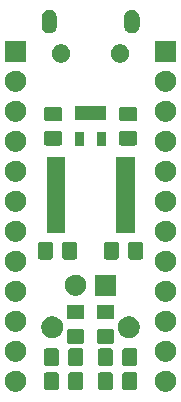
<source format=gbr>
G04 #@! TF.GenerationSoftware,KiCad,Pcbnew,(5.1.5)-3*
G04 #@! TF.CreationDate,2021-03-17T15:34:18-05:00*
G04 #@! TF.ProjectId,STM32_Breakout,53544d33-325f-4427-9265-616b6f75742e,rev?*
G04 #@! TF.SameCoordinates,Original*
G04 #@! TF.FileFunction,Soldermask,Bot*
G04 #@! TF.FilePolarity,Negative*
%FSLAX46Y46*%
G04 Gerber Fmt 4.6, Leading zero omitted, Abs format (unit mm)*
G04 Created by KiCad (PCBNEW (5.1.5)-3) date 2021-03-17 15:34:18*
%MOMM*%
%LPD*%
G04 APERTURE LIST*
%ADD10C,0.100000*%
G04 APERTURE END LIST*
D10*
G36*
X134733512Y-103243927D02*
G01*
X134882812Y-103273624D01*
X135046784Y-103341544D01*
X135194354Y-103440147D01*
X135319853Y-103565646D01*
X135418456Y-103713216D01*
X135486376Y-103877188D01*
X135521000Y-104051259D01*
X135521000Y-104228741D01*
X135486376Y-104402812D01*
X135418456Y-104566784D01*
X135319853Y-104714354D01*
X135194354Y-104839853D01*
X135046784Y-104938456D01*
X134882812Y-105006376D01*
X134733512Y-105036073D01*
X134708742Y-105041000D01*
X134531258Y-105041000D01*
X134506488Y-105036073D01*
X134357188Y-105006376D01*
X134193216Y-104938456D01*
X134045646Y-104839853D01*
X133920147Y-104714354D01*
X133821544Y-104566784D01*
X133753624Y-104402812D01*
X133719000Y-104228741D01*
X133719000Y-104051259D01*
X133753624Y-103877188D01*
X133821544Y-103713216D01*
X133920147Y-103565646D01*
X134045646Y-103440147D01*
X134193216Y-103341544D01*
X134357188Y-103273624D01*
X134506488Y-103243927D01*
X134531258Y-103239000D01*
X134708742Y-103239000D01*
X134733512Y-103243927D01*
G37*
G36*
X122033512Y-103243927D02*
G01*
X122182812Y-103273624D01*
X122346784Y-103341544D01*
X122494354Y-103440147D01*
X122619853Y-103565646D01*
X122718456Y-103713216D01*
X122786376Y-103877188D01*
X122821000Y-104051259D01*
X122821000Y-104228741D01*
X122786376Y-104402812D01*
X122718456Y-104566784D01*
X122619853Y-104714354D01*
X122494354Y-104839853D01*
X122346784Y-104938456D01*
X122182812Y-105006376D01*
X122033512Y-105036073D01*
X122008742Y-105041000D01*
X121831258Y-105041000D01*
X121806488Y-105036073D01*
X121657188Y-105006376D01*
X121493216Y-104938456D01*
X121345646Y-104839853D01*
X121220147Y-104714354D01*
X121121544Y-104566784D01*
X121053624Y-104402812D01*
X121019000Y-104228741D01*
X121019000Y-104051259D01*
X121053624Y-103877188D01*
X121121544Y-103713216D01*
X121220147Y-103565646D01*
X121345646Y-103440147D01*
X121493216Y-103341544D01*
X121657188Y-103273624D01*
X121806488Y-103243927D01*
X121831258Y-103239000D01*
X122008742Y-103239000D01*
X122033512Y-103243927D01*
G37*
G36*
X125422674Y-103393465D02*
G01*
X125460367Y-103404899D01*
X125495103Y-103423466D01*
X125525548Y-103448452D01*
X125550534Y-103478897D01*
X125569101Y-103513633D01*
X125580535Y-103551326D01*
X125585000Y-103596661D01*
X125585000Y-104683339D01*
X125580535Y-104728674D01*
X125569101Y-104766367D01*
X125550534Y-104801103D01*
X125525548Y-104831548D01*
X125495103Y-104856534D01*
X125460367Y-104875101D01*
X125422674Y-104886535D01*
X125377339Y-104891000D01*
X124540661Y-104891000D01*
X124495326Y-104886535D01*
X124457633Y-104875101D01*
X124422897Y-104856534D01*
X124392452Y-104831548D01*
X124367466Y-104801103D01*
X124348899Y-104766367D01*
X124337465Y-104728674D01*
X124333000Y-104683339D01*
X124333000Y-103596661D01*
X124337465Y-103551326D01*
X124348899Y-103513633D01*
X124367466Y-103478897D01*
X124392452Y-103448452D01*
X124422897Y-103423466D01*
X124457633Y-103404899D01*
X124495326Y-103393465D01*
X124540661Y-103389000D01*
X125377339Y-103389000D01*
X125422674Y-103393465D01*
G37*
G36*
X127472674Y-103393465D02*
G01*
X127510367Y-103404899D01*
X127545103Y-103423466D01*
X127575548Y-103448452D01*
X127600534Y-103478897D01*
X127619101Y-103513633D01*
X127630535Y-103551326D01*
X127635000Y-103596661D01*
X127635000Y-104683339D01*
X127630535Y-104728674D01*
X127619101Y-104766367D01*
X127600534Y-104801103D01*
X127575548Y-104831548D01*
X127545103Y-104856534D01*
X127510367Y-104875101D01*
X127472674Y-104886535D01*
X127427339Y-104891000D01*
X126590661Y-104891000D01*
X126545326Y-104886535D01*
X126507633Y-104875101D01*
X126472897Y-104856534D01*
X126442452Y-104831548D01*
X126417466Y-104801103D01*
X126398899Y-104766367D01*
X126387465Y-104728674D01*
X126383000Y-104683339D01*
X126383000Y-103596661D01*
X126387465Y-103551326D01*
X126398899Y-103513633D01*
X126417466Y-103478897D01*
X126442452Y-103448452D01*
X126472897Y-103423466D01*
X126507633Y-103404899D01*
X126545326Y-103393465D01*
X126590661Y-103389000D01*
X127427339Y-103389000D01*
X127472674Y-103393465D01*
G37*
G36*
X129994674Y-103393465D02*
G01*
X130032367Y-103404899D01*
X130067103Y-103423466D01*
X130097548Y-103448452D01*
X130122534Y-103478897D01*
X130141101Y-103513633D01*
X130152535Y-103551326D01*
X130157000Y-103596661D01*
X130157000Y-104683339D01*
X130152535Y-104728674D01*
X130141101Y-104766367D01*
X130122534Y-104801103D01*
X130097548Y-104831548D01*
X130067103Y-104856534D01*
X130032367Y-104875101D01*
X129994674Y-104886535D01*
X129949339Y-104891000D01*
X129112661Y-104891000D01*
X129067326Y-104886535D01*
X129029633Y-104875101D01*
X128994897Y-104856534D01*
X128964452Y-104831548D01*
X128939466Y-104801103D01*
X128920899Y-104766367D01*
X128909465Y-104728674D01*
X128905000Y-104683339D01*
X128905000Y-103596661D01*
X128909465Y-103551326D01*
X128920899Y-103513633D01*
X128939466Y-103478897D01*
X128964452Y-103448452D01*
X128994897Y-103423466D01*
X129029633Y-103404899D01*
X129067326Y-103393465D01*
X129112661Y-103389000D01*
X129949339Y-103389000D01*
X129994674Y-103393465D01*
G37*
G36*
X132044674Y-103393465D02*
G01*
X132082367Y-103404899D01*
X132117103Y-103423466D01*
X132147548Y-103448452D01*
X132172534Y-103478897D01*
X132191101Y-103513633D01*
X132202535Y-103551326D01*
X132207000Y-103596661D01*
X132207000Y-104683339D01*
X132202535Y-104728674D01*
X132191101Y-104766367D01*
X132172534Y-104801103D01*
X132147548Y-104831548D01*
X132117103Y-104856534D01*
X132082367Y-104875101D01*
X132044674Y-104886535D01*
X131999339Y-104891000D01*
X131162661Y-104891000D01*
X131117326Y-104886535D01*
X131079633Y-104875101D01*
X131044897Y-104856534D01*
X131014452Y-104831548D01*
X130989466Y-104801103D01*
X130970899Y-104766367D01*
X130959465Y-104728674D01*
X130955000Y-104683339D01*
X130955000Y-103596661D01*
X130959465Y-103551326D01*
X130970899Y-103513633D01*
X130989466Y-103478897D01*
X131014452Y-103448452D01*
X131044897Y-103423466D01*
X131079633Y-103404899D01*
X131117326Y-103393465D01*
X131162661Y-103389000D01*
X131999339Y-103389000D01*
X132044674Y-103393465D01*
G37*
G36*
X129994674Y-101361465D02*
G01*
X130032367Y-101372899D01*
X130067103Y-101391466D01*
X130097548Y-101416452D01*
X130122534Y-101446897D01*
X130141101Y-101481633D01*
X130152535Y-101519326D01*
X130157000Y-101564661D01*
X130157000Y-102651339D01*
X130152535Y-102696674D01*
X130141101Y-102734367D01*
X130122534Y-102769103D01*
X130097548Y-102799548D01*
X130067103Y-102824534D01*
X130032367Y-102843101D01*
X129994674Y-102854535D01*
X129949339Y-102859000D01*
X129112661Y-102859000D01*
X129067326Y-102854535D01*
X129029633Y-102843101D01*
X128994897Y-102824534D01*
X128964452Y-102799548D01*
X128939466Y-102769103D01*
X128920899Y-102734367D01*
X128909465Y-102696674D01*
X128905000Y-102651339D01*
X128905000Y-101564661D01*
X128909465Y-101519326D01*
X128920899Y-101481633D01*
X128939466Y-101446897D01*
X128964452Y-101416452D01*
X128994897Y-101391466D01*
X129029633Y-101372899D01*
X129067326Y-101361465D01*
X129112661Y-101357000D01*
X129949339Y-101357000D01*
X129994674Y-101361465D01*
G37*
G36*
X132044674Y-101361465D02*
G01*
X132082367Y-101372899D01*
X132117103Y-101391466D01*
X132147548Y-101416452D01*
X132172534Y-101446897D01*
X132191101Y-101481633D01*
X132202535Y-101519326D01*
X132207000Y-101564661D01*
X132207000Y-102651339D01*
X132202535Y-102696674D01*
X132191101Y-102734367D01*
X132172534Y-102769103D01*
X132147548Y-102799548D01*
X132117103Y-102824534D01*
X132082367Y-102843101D01*
X132044674Y-102854535D01*
X131999339Y-102859000D01*
X131162661Y-102859000D01*
X131117326Y-102854535D01*
X131079633Y-102843101D01*
X131044897Y-102824534D01*
X131014452Y-102799548D01*
X130989466Y-102769103D01*
X130970899Y-102734367D01*
X130959465Y-102696674D01*
X130955000Y-102651339D01*
X130955000Y-101564661D01*
X130959465Y-101519326D01*
X130970899Y-101481633D01*
X130989466Y-101446897D01*
X131014452Y-101416452D01*
X131044897Y-101391466D01*
X131079633Y-101372899D01*
X131117326Y-101361465D01*
X131162661Y-101357000D01*
X131999339Y-101357000D01*
X132044674Y-101361465D01*
G37*
G36*
X127472674Y-101361465D02*
G01*
X127510367Y-101372899D01*
X127545103Y-101391466D01*
X127575548Y-101416452D01*
X127600534Y-101446897D01*
X127619101Y-101481633D01*
X127630535Y-101519326D01*
X127635000Y-101564661D01*
X127635000Y-102651339D01*
X127630535Y-102696674D01*
X127619101Y-102734367D01*
X127600534Y-102769103D01*
X127575548Y-102799548D01*
X127545103Y-102824534D01*
X127510367Y-102843101D01*
X127472674Y-102854535D01*
X127427339Y-102859000D01*
X126590661Y-102859000D01*
X126545326Y-102854535D01*
X126507633Y-102843101D01*
X126472897Y-102824534D01*
X126442452Y-102799548D01*
X126417466Y-102769103D01*
X126398899Y-102734367D01*
X126387465Y-102696674D01*
X126383000Y-102651339D01*
X126383000Y-101564661D01*
X126387465Y-101519326D01*
X126398899Y-101481633D01*
X126417466Y-101446897D01*
X126442452Y-101416452D01*
X126472897Y-101391466D01*
X126507633Y-101372899D01*
X126545326Y-101361465D01*
X126590661Y-101357000D01*
X127427339Y-101357000D01*
X127472674Y-101361465D01*
G37*
G36*
X125422674Y-101361465D02*
G01*
X125460367Y-101372899D01*
X125495103Y-101391466D01*
X125525548Y-101416452D01*
X125550534Y-101446897D01*
X125569101Y-101481633D01*
X125580535Y-101519326D01*
X125585000Y-101564661D01*
X125585000Y-102651339D01*
X125580535Y-102696674D01*
X125569101Y-102734367D01*
X125550534Y-102769103D01*
X125525548Y-102799548D01*
X125495103Y-102824534D01*
X125460367Y-102843101D01*
X125422674Y-102854535D01*
X125377339Y-102859000D01*
X124540661Y-102859000D01*
X124495326Y-102854535D01*
X124457633Y-102843101D01*
X124422897Y-102824534D01*
X124392452Y-102799548D01*
X124367466Y-102769103D01*
X124348899Y-102734367D01*
X124337465Y-102696674D01*
X124333000Y-102651339D01*
X124333000Y-101564661D01*
X124337465Y-101519326D01*
X124348899Y-101481633D01*
X124367466Y-101446897D01*
X124392452Y-101416452D01*
X124422897Y-101391466D01*
X124457633Y-101372899D01*
X124495326Y-101361465D01*
X124540661Y-101357000D01*
X125377339Y-101357000D01*
X125422674Y-101361465D01*
G37*
G36*
X122033512Y-100703927D02*
G01*
X122182812Y-100733624D01*
X122346784Y-100801544D01*
X122494354Y-100900147D01*
X122619853Y-101025646D01*
X122718456Y-101173216D01*
X122786376Y-101337188D01*
X122821000Y-101511259D01*
X122821000Y-101688741D01*
X122786376Y-101862812D01*
X122718456Y-102026784D01*
X122619853Y-102174354D01*
X122494354Y-102299853D01*
X122346784Y-102398456D01*
X122182812Y-102466376D01*
X122033512Y-102496073D01*
X122008742Y-102501000D01*
X121831258Y-102501000D01*
X121806488Y-102496073D01*
X121657188Y-102466376D01*
X121493216Y-102398456D01*
X121345646Y-102299853D01*
X121220147Y-102174354D01*
X121121544Y-102026784D01*
X121053624Y-101862812D01*
X121019000Y-101688741D01*
X121019000Y-101511259D01*
X121053624Y-101337188D01*
X121121544Y-101173216D01*
X121220147Y-101025646D01*
X121345646Y-100900147D01*
X121493216Y-100801544D01*
X121657188Y-100733624D01*
X121806488Y-100703927D01*
X121831258Y-100699000D01*
X122008742Y-100699000D01*
X122033512Y-100703927D01*
G37*
G36*
X134733512Y-100703927D02*
G01*
X134882812Y-100733624D01*
X135046784Y-100801544D01*
X135194354Y-100900147D01*
X135319853Y-101025646D01*
X135418456Y-101173216D01*
X135486376Y-101337188D01*
X135521000Y-101511259D01*
X135521000Y-101688741D01*
X135486376Y-101862812D01*
X135418456Y-102026784D01*
X135319853Y-102174354D01*
X135194354Y-102299853D01*
X135046784Y-102398456D01*
X134882812Y-102466376D01*
X134733512Y-102496073D01*
X134708742Y-102501000D01*
X134531258Y-102501000D01*
X134506488Y-102496073D01*
X134357188Y-102466376D01*
X134193216Y-102398456D01*
X134045646Y-102299853D01*
X133920147Y-102174354D01*
X133821544Y-102026784D01*
X133753624Y-101862812D01*
X133719000Y-101688741D01*
X133719000Y-101511259D01*
X133753624Y-101337188D01*
X133821544Y-101173216D01*
X133920147Y-101025646D01*
X134045646Y-100900147D01*
X134193216Y-100801544D01*
X134357188Y-100733624D01*
X134506488Y-100703927D01*
X134531258Y-100699000D01*
X134708742Y-100699000D01*
X134733512Y-100703927D01*
G37*
G36*
X130128674Y-99717465D02*
G01*
X130166367Y-99728899D01*
X130201103Y-99747466D01*
X130231548Y-99772452D01*
X130256534Y-99802897D01*
X130275101Y-99837633D01*
X130286535Y-99875326D01*
X130291000Y-99920661D01*
X130291000Y-100757339D01*
X130286535Y-100802674D01*
X130275101Y-100840367D01*
X130256534Y-100875103D01*
X130231548Y-100905548D01*
X130201103Y-100930534D01*
X130166367Y-100949101D01*
X130128674Y-100960535D01*
X130083339Y-100965000D01*
X128996661Y-100965000D01*
X128951326Y-100960535D01*
X128913633Y-100949101D01*
X128878897Y-100930534D01*
X128848452Y-100905548D01*
X128823466Y-100875103D01*
X128804899Y-100840367D01*
X128793465Y-100802674D01*
X128789000Y-100757339D01*
X128789000Y-99920661D01*
X128793465Y-99875326D01*
X128804899Y-99837633D01*
X128823466Y-99802897D01*
X128848452Y-99772452D01*
X128878897Y-99747466D01*
X128913633Y-99728899D01*
X128951326Y-99717465D01*
X128996661Y-99713000D01*
X130083339Y-99713000D01*
X130128674Y-99717465D01*
G37*
G36*
X127588674Y-99717465D02*
G01*
X127626367Y-99728899D01*
X127661103Y-99747466D01*
X127691548Y-99772452D01*
X127716534Y-99802897D01*
X127735101Y-99837633D01*
X127746535Y-99875326D01*
X127751000Y-99920661D01*
X127751000Y-100757339D01*
X127746535Y-100802674D01*
X127735101Y-100840367D01*
X127716534Y-100875103D01*
X127691548Y-100905548D01*
X127661103Y-100930534D01*
X127626367Y-100949101D01*
X127588674Y-100960535D01*
X127543339Y-100965000D01*
X126456661Y-100965000D01*
X126411326Y-100960535D01*
X126373633Y-100949101D01*
X126338897Y-100930534D01*
X126308452Y-100905548D01*
X126283466Y-100875103D01*
X126264899Y-100840367D01*
X126253465Y-100802674D01*
X126249000Y-100757339D01*
X126249000Y-99920661D01*
X126253465Y-99875326D01*
X126264899Y-99837633D01*
X126283466Y-99802897D01*
X126308452Y-99772452D01*
X126338897Y-99747466D01*
X126373633Y-99728899D01*
X126411326Y-99717465D01*
X126456661Y-99713000D01*
X127543339Y-99713000D01*
X127588674Y-99717465D01*
G37*
G36*
X131790104Y-98677585D02*
G01*
X131958626Y-98747389D01*
X132110291Y-98848728D01*
X132239272Y-98977709D01*
X132340611Y-99129374D01*
X132410415Y-99297896D01*
X132446000Y-99476797D01*
X132446000Y-99659203D01*
X132410415Y-99838104D01*
X132340611Y-100006626D01*
X132239272Y-100158291D01*
X132110291Y-100287272D01*
X131958626Y-100388611D01*
X131790104Y-100458415D01*
X131611203Y-100494000D01*
X131428797Y-100494000D01*
X131249896Y-100458415D01*
X131081374Y-100388611D01*
X130929709Y-100287272D01*
X130800728Y-100158291D01*
X130699389Y-100006626D01*
X130629585Y-99838104D01*
X130594000Y-99659203D01*
X130594000Y-99476797D01*
X130629585Y-99297896D01*
X130699389Y-99129374D01*
X130800728Y-98977709D01*
X130929709Y-98848728D01*
X131081374Y-98747389D01*
X131249896Y-98677585D01*
X131428797Y-98642000D01*
X131611203Y-98642000D01*
X131790104Y-98677585D01*
G37*
G36*
X125290104Y-98677585D02*
G01*
X125458626Y-98747389D01*
X125610291Y-98848728D01*
X125739272Y-98977709D01*
X125840611Y-99129374D01*
X125910415Y-99297896D01*
X125946000Y-99476797D01*
X125946000Y-99659203D01*
X125910415Y-99838104D01*
X125840611Y-100006626D01*
X125739272Y-100158291D01*
X125610291Y-100287272D01*
X125458626Y-100388611D01*
X125290104Y-100458415D01*
X125111203Y-100494000D01*
X124928797Y-100494000D01*
X124749896Y-100458415D01*
X124581374Y-100388611D01*
X124429709Y-100287272D01*
X124300728Y-100158291D01*
X124199389Y-100006626D01*
X124129585Y-99838104D01*
X124094000Y-99659203D01*
X124094000Y-99476797D01*
X124129585Y-99297896D01*
X124199389Y-99129374D01*
X124300728Y-98977709D01*
X124429709Y-98848728D01*
X124581374Y-98747389D01*
X124749896Y-98677585D01*
X124928797Y-98642000D01*
X125111203Y-98642000D01*
X125290104Y-98677585D01*
G37*
G36*
X134733512Y-98163927D02*
G01*
X134882812Y-98193624D01*
X135046784Y-98261544D01*
X135194354Y-98360147D01*
X135319853Y-98485646D01*
X135418456Y-98633216D01*
X135486376Y-98797188D01*
X135521000Y-98971259D01*
X135521000Y-99148741D01*
X135486376Y-99322812D01*
X135418456Y-99486784D01*
X135319853Y-99634354D01*
X135194354Y-99759853D01*
X135046784Y-99858456D01*
X134882812Y-99926376D01*
X134733512Y-99956073D01*
X134708742Y-99961000D01*
X134531258Y-99961000D01*
X134506488Y-99956073D01*
X134357188Y-99926376D01*
X134193216Y-99858456D01*
X134045646Y-99759853D01*
X133920147Y-99634354D01*
X133821544Y-99486784D01*
X133753624Y-99322812D01*
X133719000Y-99148741D01*
X133719000Y-98971259D01*
X133753624Y-98797188D01*
X133821544Y-98633216D01*
X133920147Y-98485646D01*
X134045646Y-98360147D01*
X134193216Y-98261544D01*
X134357188Y-98193624D01*
X134506488Y-98163927D01*
X134531258Y-98159000D01*
X134708742Y-98159000D01*
X134733512Y-98163927D01*
G37*
G36*
X122033512Y-98163927D02*
G01*
X122182812Y-98193624D01*
X122346784Y-98261544D01*
X122494354Y-98360147D01*
X122619853Y-98485646D01*
X122718456Y-98633216D01*
X122786376Y-98797188D01*
X122821000Y-98971259D01*
X122821000Y-99148741D01*
X122786376Y-99322812D01*
X122718456Y-99486784D01*
X122619853Y-99634354D01*
X122494354Y-99759853D01*
X122346784Y-99858456D01*
X122182812Y-99926376D01*
X122033512Y-99956073D01*
X122008742Y-99961000D01*
X121831258Y-99961000D01*
X121806488Y-99956073D01*
X121657188Y-99926376D01*
X121493216Y-99858456D01*
X121345646Y-99759853D01*
X121220147Y-99634354D01*
X121121544Y-99486784D01*
X121053624Y-99322812D01*
X121019000Y-99148741D01*
X121019000Y-98971259D01*
X121053624Y-98797188D01*
X121121544Y-98633216D01*
X121220147Y-98485646D01*
X121345646Y-98360147D01*
X121493216Y-98261544D01*
X121657188Y-98193624D01*
X121806488Y-98163927D01*
X121831258Y-98159000D01*
X122008742Y-98159000D01*
X122033512Y-98163927D01*
G37*
G36*
X130128674Y-97667465D02*
G01*
X130166367Y-97678899D01*
X130201103Y-97697466D01*
X130231548Y-97722452D01*
X130256534Y-97752897D01*
X130275101Y-97787633D01*
X130286535Y-97825326D01*
X130291000Y-97870661D01*
X130291000Y-98707339D01*
X130286535Y-98752674D01*
X130275101Y-98790367D01*
X130256534Y-98825103D01*
X130231548Y-98855548D01*
X130201103Y-98880534D01*
X130166367Y-98899101D01*
X130128674Y-98910535D01*
X130083339Y-98915000D01*
X128996661Y-98915000D01*
X128951326Y-98910535D01*
X128913633Y-98899101D01*
X128878897Y-98880534D01*
X128848452Y-98855548D01*
X128823466Y-98825103D01*
X128804899Y-98790367D01*
X128793465Y-98752674D01*
X128789000Y-98707339D01*
X128789000Y-97870661D01*
X128793465Y-97825326D01*
X128804899Y-97787633D01*
X128823466Y-97752897D01*
X128848452Y-97722452D01*
X128878897Y-97697466D01*
X128913633Y-97678899D01*
X128951326Y-97667465D01*
X128996661Y-97663000D01*
X130083339Y-97663000D01*
X130128674Y-97667465D01*
G37*
G36*
X127588674Y-97667465D02*
G01*
X127626367Y-97678899D01*
X127661103Y-97697466D01*
X127691548Y-97722452D01*
X127716534Y-97752897D01*
X127735101Y-97787633D01*
X127746535Y-97825326D01*
X127751000Y-97870661D01*
X127751000Y-98707339D01*
X127746535Y-98752674D01*
X127735101Y-98790367D01*
X127716534Y-98825103D01*
X127691548Y-98855548D01*
X127661103Y-98880534D01*
X127626367Y-98899101D01*
X127588674Y-98910535D01*
X127543339Y-98915000D01*
X126456661Y-98915000D01*
X126411326Y-98910535D01*
X126373633Y-98899101D01*
X126338897Y-98880534D01*
X126308452Y-98855548D01*
X126283466Y-98825103D01*
X126264899Y-98790367D01*
X126253465Y-98752674D01*
X126249000Y-98707339D01*
X126249000Y-97870661D01*
X126253465Y-97825326D01*
X126264899Y-97787633D01*
X126283466Y-97752897D01*
X126308452Y-97722452D01*
X126338897Y-97697466D01*
X126373633Y-97678899D01*
X126411326Y-97667465D01*
X126456661Y-97663000D01*
X127543339Y-97663000D01*
X127588674Y-97667465D01*
G37*
G36*
X122033512Y-95623927D02*
G01*
X122182812Y-95653624D01*
X122346784Y-95721544D01*
X122494354Y-95820147D01*
X122619853Y-95945646D01*
X122718456Y-96093216D01*
X122786376Y-96257188D01*
X122821000Y-96431259D01*
X122821000Y-96608741D01*
X122786376Y-96782812D01*
X122718456Y-96946784D01*
X122619853Y-97094354D01*
X122494354Y-97219853D01*
X122346784Y-97318456D01*
X122182812Y-97386376D01*
X122033512Y-97416073D01*
X122008742Y-97421000D01*
X121831258Y-97421000D01*
X121806488Y-97416073D01*
X121657188Y-97386376D01*
X121493216Y-97318456D01*
X121345646Y-97219853D01*
X121220147Y-97094354D01*
X121121544Y-96946784D01*
X121053624Y-96782812D01*
X121019000Y-96608741D01*
X121019000Y-96431259D01*
X121053624Y-96257188D01*
X121121544Y-96093216D01*
X121220147Y-95945646D01*
X121345646Y-95820147D01*
X121493216Y-95721544D01*
X121657188Y-95653624D01*
X121806488Y-95623927D01*
X121831258Y-95619000D01*
X122008742Y-95619000D01*
X122033512Y-95623927D01*
G37*
G36*
X134733512Y-95623927D02*
G01*
X134882812Y-95653624D01*
X135046784Y-95721544D01*
X135194354Y-95820147D01*
X135319853Y-95945646D01*
X135418456Y-96093216D01*
X135486376Y-96257188D01*
X135521000Y-96431259D01*
X135521000Y-96608741D01*
X135486376Y-96782812D01*
X135418456Y-96946784D01*
X135319853Y-97094354D01*
X135194354Y-97219853D01*
X135046784Y-97318456D01*
X134882812Y-97386376D01*
X134733512Y-97416073D01*
X134708742Y-97421000D01*
X134531258Y-97421000D01*
X134506488Y-97416073D01*
X134357188Y-97386376D01*
X134193216Y-97318456D01*
X134045646Y-97219853D01*
X133920147Y-97094354D01*
X133821544Y-96946784D01*
X133753624Y-96782812D01*
X133719000Y-96608741D01*
X133719000Y-96431259D01*
X133753624Y-96257188D01*
X133821544Y-96093216D01*
X133920147Y-95945646D01*
X134045646Y-95820147D01*
X134193216Y-95721544D01*
X134357188Y-95653624D01*
X134506488Y-95623927D01*
X134531258Y-95619000D01*
X134708742Y-95619000D01*
X134733512Y-95623927D01*
G37*
G36*
X130441000Y-96913000D02*
G01*
X128639000Y-96913000D01*
X128639000Y-95111000D01*
X130441000Y-95111000D01*
X130441000Y-96913000D01*
G37*
G36*
X127113512Y-95115927D02*
G01*
X127262812Y-95145624D01*
X127426784Y-95213544D01*
X127574354Y-95312147D01*
X127699853Y-95437646D01*
X127798456Y-95585216D01*
X127866376Y-95749188D01*
X127901000Y-95923259D01*
X127901000Y-96100741D01*
X127866376Y-96274812D01*
X127798456Y-96438784D01*
X127699853Y-96586354D01*
X127574354Y-96711853D01*
X127426784Y-96810456D01*
X127262812Y-96878376D01*
X127113512Y-96908073D01*
X127088742Y-96913000D01*
X126911258Y-96913000D01*
X126886488Y-96908073D01*
X126737188Y-96878376D01*
X126573216Y-96810456D01*
X126425646Y-96711853D01*
X126300147Y-96586354D01*
X126201544Y-96438784D01*
X126133624Y-96274812D01*
X126099000Y-96100741D01*
X126099000Y-95923259D01*
X126133624Y-95749188D01*
X126201544Y-95585216D01*
X126300147Y-95437646D01*
X126425646Y-95312147D01*
X126573216Y-95213544D01*
X126737188Y-95145624D01*
X126886488Y-95115927D01*
X126911258Y-95111000D01*
X127088742Y-95111000D01*
X127113512Y-95115927D01*
G37*
G36*
X134733512Y-93083927D02*
G01*
X134882812Y-93113624D01*
X135046784Y-93181544D01*
X135194354Y-93280147D01*
X135319853Y-93405646D01*
X135418456Y-93553216D01*
X135486376Y-93717188D01*
X135521000Y-93891259D01*
X135521000Y-94068741D01*
X135486376Y-94242812D01*
X135418456Y-94406784D01*
X135319853Y-94554354D01*
X135194354Y-94679853D01*
X135046784Y-94778456D01*
X134882812Y-94846376D01*
X134733512Y-94876073D01*
X134708742Y-94881000D01*
X134531258Y-94881000D01*
X134506488Y-94876073D01*
X134357188Y-94846376D01*
X134193216Y-94778456D01*
X134045646Y-94679853D01*
X133920147Y-94554354D01*
X133821544Y-94406784D01*
X133753624Y-94242812D01*
X133719000Y-94068741D01*
X133719000Y-93891259D01*
X133753624Y-93717188D01*
X133821544Y-93553216D01*
X133920147Y-93405646D01*
X134045646Y-93280147D01*
X134193216Y-93181544D01*
X134357188Y-93113624D01*
X134506488Y-93083927D01*
X134531258Y-93079000D01*
X134708742Y-93079000D01*
X134733512Y-93083927D01*
G37*
G36*
X122033512Y-93083927D02*
G01*
X122182812Y-93113624D01*
X122346784Y-93181544D01*
X122494354Y-93280147D01*
X122619853Y-93405646D01*
X122718456Y-93553216D01*
X122786376Y-93717188D01*
X122821000Y-93891259D01*
X122821000Y-94068741D01*
X122786376Y-94242812D01*
X122718456Y-94406784D01*
X122619853Y-94554354D01*
X122494354Y-94679853D01*
X122346784Y-94778456D01*
X122182812Y-94846376D01*
X122033512Y-94876073D01*
X122008742Y-94881000D01*
X121831258Y-94881000D01*
X121806488Y-94876073D01*
X121657188Y-94846376D01*
X121493216Y-94778456D01*
X121345646Y-94679853D01*
X121220147Y-94554354D01*
X121121544Y-94406784D01*
X121053624Y-94242812D01*
X121019000Y-94068741D01*
X121019000Y-93891259D01*
X121053624Y-93717188D01*
X121121544Y-93553216D01*
X121220147Y-93405646D01*
X121345646Y-93280147D01*
X121493216Y-93181544D01*
X121657188Y-93113624D01*
X121806488Y-93083927D01*
X121831258Y-93079000D01*
X122008742Y-93079000D01*
X122033512Y-93083927D01*
G37*
G36*
X132552674Y-92344465D02*
G01*
X132590367Y-92355899D01*
X132625103Y-92374466D01*
X132655548Y-92399452D01*
X132680534Y-92429897D01*
X132699101Y-92464633D01*
X132710535Y-92502326D01*
X132715000Y-92547661D01*
X132715000Y-93634339D01*
X132710535Y-93679674D01*
X132699101Y-93717367D01*
X132680534Y-93752103D01*
X132655548Y-93782548D01*
X132625103Y-93807534D01*
X132590367Y-93826101D01*
X132552674Y-93837535D01*
X132507339Y-93842000D01*
X131670661Y-93842000D01*
X131625326Y-93837535D01*
X131587633Y-93826101D01*
X131552897Y-93807534D01*
X131522452Y-93782548D01*
X131497466Y-93752103D01*
X131478899Y-93717367D01*
X131467465Y-93679674D01*
X131463000Y-93634339D01*
X131463000Y-92547661D01*
X131467465Y-92502326D01*
X131478899Y-92464633D01*
X131497466Y-92429897D01*
X131522452Y-92399452D01*
X131552897Y-92374466D01*
X131587633Y-92355899D01*
X131625326Y-92344465D01*
X131670661Y-92340000D01*
X132507339Y-92340000D01*
X132552674Y-92344465D01*
G37*
G36*
X126964674Y-92344465D02*
G01*
X127002367Y-92355899D01*
X127037103Y-92374466D01*
X127067548Y-92399452D01*
X127092534Y-92429897D01*
X127111101Y-92464633D01*
X127122535Y-92502326D01*
X127127000Y-92547661D01*
X127127000Y-93634339D01*
X127122535Y-93679674D01*
X127111101Y-93717367D01*
X127092534Y-93752103D01*
X127067548Y-93782548D01*
X127037103Y-93807534D01*
X127002367Y-93826101D01*
X126964674Y-93837535D01*
X126919339Y-93842000D01*
X126082661Y-93842000D01*
X126037326Y-93837535D01*
X125999633Y-93826101D01*
X125964897Y-93807534D01*
X125934452Y-93782548D01*
X125909466Y-93752103D01*
X125890899Y-93717367D01*
X125879465Y-93679674D01*
X125875000Y-93634339D01*
X125875000Y-92547661D01*
X125879465Y-92502326D01*
X125890899Y-92464633D01*
X125909466Y-92429897D01*
X125934452Y-92399452D01*
X125964897Y-92374466D01*
X125999633Y-92355899D01*
X126037326Y-92344465D01*
X126082661Y-92340000D01*
X126919339Y-92340000D01*
X126964674Y-92344465D01*
G37*
G36*
X124914674Y-92344465D02*
G01*
X124952367Y-92355899D01*
X124987103Y-92374466D01*
X125017548Y-92399452D01*
X125042534Y-92429897D01*
X125061101Y-92464633D01*
X125072535Y-92502326D01*
X125077000Y-92547661D01*
X125077000Y-93634339D01*
X125072535Y-93679674D01*
X125061101Y-93717367D01*
X125042534Y-93752103D01*
X125017548Y-93782548D01*
X124987103Y-93807534D01*
X124952367Y-93826101D01*
X124914674Y-93837535D01*
X124869339Y-93842000D01*
X124032661Y-93842000D01*
X123987326Y-93837535D01*
X123949633Y-93826101D01*
X123914897Y-93807534D01*
X123884452Y-93782548D01*
X123859466Y-93752103D01*
X123840899Y-93717367D01*
X123829465Y-93679674D01*
X123825000Y-93634339D01*
X123825000Y-92547661D01*
X123829465Y-92502326D01*
X123840899Y-92464633D01*
X123859466Y-92429897D01*
X123884452Y-92399452D01*
X123914897Y-92374466D01*
X123949633Y-92355899D01*
X123987326Y-92344465D01*
X124032661Y-92340000D01*
X124869339Y-92340000D01*
X124914674Y-92344465D01*
G37*
G36*
X130502674Y-92344465D02*
G01*
X130540367Y-92355899D01*
X130575103Y-92374466D01*
X130605548Y-92399452D01*
X130630534Y-92429897D01*
X130649101Y-92464633D01*
X130660535Y-92502326D01*
X130665000Y-92547661D01*
X130665000Y-93634339D01*
X130660535Y-93679674D01*
X130649101Y-93717367D01*
X130630534Y-93752103D01*
X130605548Y-93782548D01*
X130575103Y-93807534D01*
X130540367Y-93826101D01*
X130502674Y-93837535D01*
X130457339Y-93842000D01*
X129620661Y-93842000D01*
X129575326Y-93837535D01*
X129537633Y-93826101D01*
X129502897Y-93807534D01*
X129472452Y-93782548D01*
X129447466Y-93752103D01*
X129428899Y-93717367D01*
X129417465Y-93679674D01*
X129413000Y-93634339D01*
X129413000Y-92547661D01*
X129417465Y-92502326D01*
X129428899Y-92464633D01*
X129447466Y-92429897D01*
X129472452Y-92399452D01*
X129502897Y-92374466D01*
X129537633Y-92355899D01*
X129575326Y-92344465D01*
X129620661Y-92340000D01*
X130457339Y-92340000D01*
X130502674Y-92344465D01*
G37*
G36*
X134733512Y-90543927D02*
G01*
X134882812Y-90573624D01*
X135046784Y-90641544D01*
X135194354Y-90740147D01*
X135319853Y-90865646D01*
X135418456Y-91013216D01*
X135486376Y-91177188D01*
X135521000Y-91351259D01*
X135521000Y-91528741D01*
X135486376Y-91702812D01*
X135418456Y-91866784D01*
X135319853Y-92014354D01*
X135194354Y-92139853D01*
X135046784Y-92238456D01*
X134882812Y-92306376D01*
X134733512Y-92336073D01*
X134708742Y-92341000D01*
X134531258Y-92341000D01*
X134506488Y-92336073D01*
X134357188Y-92306376D01*
X134193216Y-92238456D01*
X134045646Y-92139853D01*
X133920147Y-92014354D01*
X133821544Y-91866784D01*
X133753624Y-91702812D01*
X133719000Y-91528741D01*
X133719000Y-91351259D01*
X133753624Y-91177188D01*
X133821544Y-91013216D01*
X133920147Y-90865646D01*
X134045646Y-90740147D01*
X134193216Y-90641544D01*
X134357188Y-90573624D01*
X134506488Y-90543927D01*
X134531258Y-90539000D01*
X134708742Y-90539000D01*
X134733512Y-90543927D01*
G37*
G36*
X122033512Y-90543927D02*
G01*
X122182812Y-90573624D01*
X122346784Y-90641544D01*
X122494354Y-90740147D01*
X122619853Y-90865646D01*
X122718456Y-91013216D01*
X122786376Y-91177188D01*
X122821000Y-91351259D01*
X122821000Y-91528741D01*
X122786376Y-91702812D01*
X122718456Y-91866784D01*
X122619853Y-92014354D01*
X122494354Y-92139853D01*
X122346784Y-92238456D01*
X122182812Y-92306376D01*
X122033512Y-92336073D01*
X122008742Y-92341000D01*
X121831258Y-92341000D01*
X121806488Y-92336073D01*
X121657188Y-92306376D01*
X121493216Y-92238456D01*
X121345646Y-92139853D01*
X121220147Y-92014354D01*
X121121544Y-91866784D01*
X121053624Y-91702812D01*
X121019000Y-91528741D01*
X121019000Y-91351259D01*
X121053624Y-91177188D01*
X121121544Y-91013216D01*
X121220147Y-90865646D01*
X121345646Y-90740147D01*
X121493216Y-90641544D01*
X121657188Y-90573624D01*
X121806488Y-90543927D01*
X121831258Y-90539000D01*
X122008742Y-90539000D01*
X122033512Y-90543927D01*
G37*
G36*
X131996000Y-91593000D02*
G01*
X130444000Y-91593000D01*
X130444000Y-85191000D01*
X131996000Y-85191000D01*
X131996000Y-91593000D01*
G37*
G36*
X126096000Y-91593000D02*
G01*
X124544000Y-91593000D01*
X124544000Y-85191000D01*
X126096000Y-85191000D01*
X126096000Y-91593000D01*
G37*
G36*
X134733512Y-88003927D02*
G01*
X134882812Y-88033624D01*
X135046784Y-88101544D01*
X135194354Y-88200147D01*
X135319853Y-88325646D01*
X135418456Y-88473216D01*
X135486376Y-88637188D01*
X135521000Y-88811259D01*
X135521000Y-88988741D01*
X135486376Y-89162812D01*
X135418456Y-89326784D01*
X135319853Y-89474354D01*
X135194354Y-89599853D01*
X135046784Y-89698456D01*
X134882812Y-89766376D01*
X134733512Y-89796073D01*
X134708742Y-89801000D01*
X134531258Y-89801000D01*
X134506488Y-89796073D01*
X134357188Y-89766376D01*
X134193216Y-89698456D01*
X134045646Y-89599853D01*
X133920147Y-89474354D01*
X133821544Y-89326784D01*
X133753624Y-89162812D01*
X133719000Y-88988741D01*
X133719000Y-88811259D01*
X133753624Y-88637188D01*
X133821544Y-88473216D01*
X133920147Y-88325646D01*
X134045646Y-88200147D01*
X134193216Y-88101544D01*
X134357188Y-88033624D01*
X134506488Y-88003927D01*
X134531258Y-87999000D01*
X134708742Y-87999000D01*
X134733512Y-88003927D01*
G37*
G36*
X122033512Y-88003927D02*
G01*
X122182812Y-88033624D01*
X122346784Y-88101544D01*
X122494354Y-88200147D01*
X122619853Y-88325646D01*
X122718456Y-88473216D01*
X122786376Y-88637188D01*
X122821000Y-88811259D01*
X122821000Y-88988741D01*
X122786376Y-89162812D01*
X122718456Y-89326784D01*
X122619853Y-89474354D01*
X122494354Y-89599853D01*
X122346784Y-89698456D01*
X122182812Y-89766376D01*
X122033512Y-89796073D01*
X122008742Y-89801000D01*
X121831258Y-89801000D01*
X121806488Y-89796073D01*
X121657188Y-89766376D01*
X121493216Y-89698456D01*
X121345646Y-89599853D01*
X121220147Y-89474354D01*
X121121544Y-89326784D01*
X121053624Y-89162812D01*
X121019000Y-88988741D01*
X121019000Y-88811259D01*
X121053624Y-88637188D01*
X121121544Y-88473216D01*
X121220147Y-88325646D01*
X121345646Y-88200147D01*
X121493216Y-88101544D01*
X121657188Y-88033624D01*
X121806488Y-88003927D01*
X121831258Y-87999000D01*
X122008742Y-87999000D01*
X122033512Y-88003927D01*
G37*
G36*
X134733512Y-85463927D02*
G01*
X134882812Y-85493624D01*
X135046784Y-85561544D01*
X135194354Y-85660147D01*
X135319853Y-85785646D01*
X135418456Y-85933216D01*
X135486376Y-86097188D01*
X135521000Y-86271259D01*
X135521000Y-86448741D01*
X135486376Y-86622812D01*
X135418456Y-86786784D01*
X135319853Y-86934354D01*
X135194354Y-87059853D01*
X135046784Y-87158456D01*
X134882812Y-87226376D01*
X134733512Y-87256073D01*
X134708742Y-87261000D01*
X134531258Y-87261000D01*
X134506488Y-87256073D01*
X134357188Y-87226376D01*
X134193216Y-87158456D01*
X134045646Y-87059853D01*
X133920147Y-86934354D01*
X133821544Y-86786784D01*
X133753624Y-86622812D01*
X133719000Y-86448741D01*
X133719000Y-86271259D01*
X133753624Y-86097188D01*
X133821544Y-85933216D01*
X133920147Y-85785646D01*
X134045646Y-85660147D01*
X134193216Y-85561544D01*
X134357188Y-85493624D01*
X134506488Y-85463927D01*
X134531258Y-85459000D01*
X134708742Y-85459000D01*
X134733512Y-85463927D01*
G37*
G36*
X122033512Y-85463927D02*
G01*
X122182812Y-85493624D01*
X122346784Y-85561544D01*
X122494354Y-85660147D01*
X122619853Y-85785646D01*
X122718456Y-85933216D01*
X122786376Y-86097188D01*
X122821000Y-86271259D01*
X122821000Y-86448741D01*
X122786376Y-86622812D01*
X122718456Y-86786784D01*
X122619853Y-86934354D01*
X122494354Y-87059853D01*
X122346784Y-87158456D01*
X122182812Y-87226376D01*
X122033512Y-87256073D01*
X122008742Y-87261000D01*
X121831258Y-87261000D01*
X121806488Y-87256073D01*
X121657188Y-87226376D01*
X121493216Y-87158456D01*
X121345646Y-87059853D01*
X121220147Y-86934354D01*
X121121544Y-86786784D01*
X121053624Y-86622812D01*
X121019000Y-86448741D01*
X121019000Y-86271259D01*
X121053624Y-86097188D01*
X121121544Y-85933216D01*
X121220147Y-85785646D01*
X121345646Y-85660147D01*
X121493216Y-85561544D01*
X121657188Y-85493624D01*
X121806488Y-85463927D01*
X121831258Y-85459000D01*
X122008742Y-85459000D01*
X122033512Y-85463927D01*
G37*
G36*
X122033512Y-82923927D02*
G01*
X122182812Y-82953624D01*
X122346784Y-83021544D01*
X122494354Y-83120147D01*
X122619853Y-83245646D01*
X122718456Y-83393216D01*
X122786376Y-83557188D01*
X122821000Y-83731259D01*
X122821000Y-83908741D01*
X122786376Y-84082812D01*
X122718456Y-84246784D01*
X122619853Y-84394354D01*
X122494354Y-84519853D01*
X122346784Y-84618456D01*
X122182812Y-84686376D01*
X122033512Y-84716073D01*
X122008742Y-84721000D01*
X121831258Y-84721000D01*
X121806488Y-84716073D01*
X121657188Y-84686376D01*
X121493216Y-84618456D01*
X121345646Y-84519853D01*
X121220147Y-84394354D01*
X121121544Y-84246784D01*
X121053624Y-84082812D01*
X121019000Y-83908741D01*
X121019000Y-83731259D01*
X121053624Y-83557188D01*
X121121544Y-83393216D01*
X121220147Y-83245646D01*
X121345646Y-83120147D01*
X121493216Y-83021544D01*
X121657188Y-82953624D01*
X121806488Y-82923927D01*
X121831258Y-82919000D01*
X122008742Y-82919000D01*
X122033512Y-82923927D01*
G37*
G36*
X134733512Y-82923927D02*
G01*
X134882812Y-82953624D01*
X135046784Y-83021544D01*
X135194354Y-83120147D01*
X135319853Y-83245646D01*
X135418456Y-83393216D01*
X135486376Y-83557188D01*
X135521000Y-83731259D01*
X135521000Y-83908741D01*
X135486376Y-84082812D01*
X135418456Y-84246784D01*
X135319853Y-84394354D01*
X135194354Y-84519853D01*
X135046784Y-84618456D01*
X134882812Y-84686376D01*
X134733512Y-84716073D01*
X134708742Y-84721000D01*
X134531258Y-84721000D01*
X134506488Y-84716073D01*
X134357188Y-84686376D01*
X134193216Y-84618456D01*
X134045646Y-84519853D01*
X133920147Y-84394354D01*
X133821544Y-84246784D01*
X133753624Y-84082812D01*
X133719000Y-83908741D01*
X133719000Y-83731259D01*
X133753624Y-83557188D01*
X133821544Y-83393216D01*
X133920147Y-83245646D01*
X134045646Y-83120147D01*
X134193216Y-83021544D01*
X134357188Y-82953624D01*
X134506488Y-82923927D01*
X134531258Y-82919000D01*
X134708742Y-82919000D01*
X134733512Y-82923927D01*
G37*
G36*
X127696000Y-84231000D02*
G01*
X126944000Y-84231000D01*
X126944000Y-83069000D01*
X127696000Y-83069000D01*
X127696000Y-84231000D01*
G37*
G36*
X129596000Y-84231000D02*
G01*
X128844000Y-84231000D01*
X128844000Y-83069000D01*
X129596000Y-83069000D01*
X129596000Y-84231000D01*
G37*
G36*
X125683674Y-82953465D02*
G01*
X125721367Y-82964899D01*
X125756103Y-82983466D01*
X125786548Y-83008452D01*
X125811534Y-83038897D01*
X125830101Y-83073633D01*
X125841535Y-83111326D01*
X125846000Y-83156661D01*
X125846000Y-83993339D01*
X125841535Y-84038674D01*
X125830101Y-84076367D01*
X125811534Y-84111103D01*
X125786548Y-84141548D01*
X125756103Y-84166534D01*
X125721367Y-84185101D01*
X125683674Y-84196535D01*
X125638339Y-84201000D01*
X124551661Y-84201000D01*
X124506326Y-84196535D01*
X124468633Y-84185101D01*
X124433897Y-84166534D01*
X124403452Y-84141548D01*
X124378466Y-84111103D01*
X124359899Y-84076367D01*
X124348465Y-84038674D01*
X124344000Y-83993339D01*
X124344000Y-83156661D01*
X124348465Y-83111326D01*
X124359899Y-83073633D01*
X124378466Y-83038897D01*
X124403452Y-83008452D01*
X124433897Y-82983466D01*
X124468633Y-82964899D01*
X124506326Y-82953465D01*
X124551661Y-82949000D01*
X125638339Y-82949000D01*
X125683674Y-82953465D01*
G37*
G36*
X132033674Y-82953465D02*
G01*
X132071367Y-82964899D01*
X132106103Y-82983466D01*
X132136548Y-83008452D01*
X132161534Y-83038897D01*
X132180101Y-83073633D01*
X132191535Y-83111326D01*
X132196000Y-83156661D01*
X132196000Y-83993339D01*
X132191535Y-84038674D01*
X132180101Y-84076367D01*
X132161534Y-84111103D01*
X132136548Y-84141548D01*
X132106103Y-84166534D01*
X132071367Y-84185101D01*
X132033674Y-84196535D01*
X131988339Y-84201000D01*
X130901661Y-84201000D01*
X130856326Y-84196535D01*
X130818633Y-84185101D01*
X130783897Y-84166534D01*
X130753452Y-84141548D01*
X130728466Y-84111103D01*
X130709899Y-84076367D01*
X130698465Y-84038674D01*
X130694000Y-83993339D01*
X130694000Y-83156661D01*
X130698465Y-83111326D01*
X130709899Y-83073633D01*
X130728466Y-83038897D01*
X130753452Y-83008452D01*
X130783897Y-82983466D01*
X130818633Y-82964899D01*
X130856326Y-82953465D01*
X130901661Y-82949000D01*
X131988339Y-82949000D01*
X132033674Y-82953465D01*
G37*
G36*
X134733512Y-80383927D02*
G01*
X134882812Y-80413624D01*
X135046784Y-80481544D01*
X135194354Y-80580147D01*
X135319853Y-80705646D01*
X135418456Y-80853216D01*
X135486376Y-81017188D01*
X135521000Y-81191259D01*
X135521000Y-81368741D01*
X135486376Y-81542812D01*
X135418456Y-81706784D01*
X135319853Y-81854354D01*
X135194354Y-81979853D01*
X135046784Y-82078456D01*
X134882812Y-82146376D01*
X134733512Y-82176073D01*
X134708742Y-82181000D01*
X134531258Y-82181000D01*
X134506488Y-82176073D01*
X134357188Y-82146376D01*
X134193216Y-82078456D01*
X134045646Y-81979853D01*
X133920147Y-81854354D01*
X133821544Y-81706784D01*
X133753624Y-81542812D01*
X133719000Y-81368741D01*
X133719000Y-81191259D01*
X133753624Y-81017188D01*
X133821544Y-80853216D01*
X133920147Y-80705646D01*
X134045646Y-80580147D01*
X134193216Y-80481544D01*
X134357188Y-80413624D01*
X134506488Y-80383927D01*
X134531258Y-80379000D01*
X134708742Y-80379000D01*
X134733512Y-80383927D01*
G37*
G36*
X122033512Y-80383927D02*
G01*
X122182812Y-80413624D01*
X122346784Y-80481544D01*
X122494354Y-80580147D01*
X122619853Y-80705646D01*
X122718456Y-80853216D01*
X122786376Y-81017188D01*
X122821000Y-81191259D01*
X122821000Y-81368741D01*
X122786376Y-81542812D01*
X122718456Y-81706784D01*
X122619853Y-81854354D01*
X122494354Y-81979853D01*
X122346784Y-82078456D01*
X122182812Y-82146376D01*
X122033512Y-82176073D01*
X122008742Y-82181000D01*
X121831258Y-82181000D01*
X121806488Y-82176073D01*
X121657188Y-82146376D01*
X121493216Y-82078456D01*
X121345646Y-81979853D01*
X121220147Y-81854354D01*
X121121544Y-81706784D01*
X121053624Y-81542812D01*
X121019000Y-81368741D01*
X121019000Y-81191259D01*
X121053624Y-81017188D01*
X121121544Y-80853216D01*
X121220147Y-80705646D01*
X121345646Y-80580147D01*
X121493216Y-80481544D01*
X121657188Y-80413624D01*
X121806488Y-80383927D01*
X121831258Y-80379000D01*
X122008742Y-80379000D01*
X122033512Y-80383927D01*
G37*
G36*
X125683674Y-80903465D02*
G01*
X125721367Y-80914899D01*
X125756103Y-80933466D01*
X125786548Y-80958452D01*
X125811534Y-80988897D01*
X125830101Y-81023633D01*
X125841535Y-81061326D01*
X125846000Y-81106661D01*
X125846000Y-81943339D01*
X125841535Y-81988674D01*
X125830101Y-82026367D01*
X125811534Y-82061103D01*
X125786548Y-82091548D01*
X125756103Y-82116534D01*
X125721367Y-82135101D01*
X125683674Y-82146535D01*
X125638339Y-82151000D01*
X124551661Y-82151000D01*
X124506326Y-82146535D01*
X124468633Y-82135101D01*
X124433897Y-82116534D01*
X124403452Y-82091548D01*
X124378466Y-82061103D01*
X124359899Y-82026367D01*
X124348465Y-81988674D01*
X124344000Y-81943339D01*
X124344000Y-81106661D01*
X124348465Y-81061326D01*
X124359899Y-81023633D01*
X124378466Y-80988897D01*
X124403452Y-80958452D01*
X124433897Y-80933466D01*
X124468633Y-80914899D01*
X124506326Y-80903465D01*
X124551661Y-80899000D01*
X125638339Y-80899000D01*
X125683674Y-80903465D01*
G37*
G36*
X132033674Y-80903465D02*
G01*
X132071367Y-80914899D01*
X132106103Y-80933466D01*
X132136548Y-80958452D01*
X132161534Y-80988897D01*
X132180101Y-81023633D01*
X132191535Y-81061326D01*
X132196000Y-81106661D01*
X132196000Y-81943339D01*
X132191535Y-81988674D01*
X132180101Y-82026367D01*
X132161534Y-82061103D01*
X132136548Y-82091548D01*
X132106103Y-82116534D01*
X132071367Y-82135101D01*
X132033674Y-82146535D01*
X131988339Y-82151000D01*
X130901661Y-82151000D01*
X130856326Y-82146535D01*
X130818633Y-82135101D01*
X130783897Y-82116534D01*
X130753452Y-82091548D01*
X130728466Y-82061103D01*
X130709899Y-82026367D01*
X130698465Y-81988674D01*
X130694000Y-81943339D01*
X130694000Y-81106661D01*
X130698465Y-81061326D01*
X130709899Y-81023633D01*
X130728466Y-80988897D01*
X130753452Y-80958452D01*
X130783897Y-80933466D01*
X130818633Y-80914899D01*
X130856326Y-80903465D01*
X130901661Y-80899000D01*
X131988339Y-80899000D01*
X132033674Y-80903465D01*
G37*
G36*
X129596000Y-82031000D02*
G01*
X126944000Y-82031000D01*
X126944000Y-80869000D01*
X129596000Y-80869000D01*
X129596000Y-82031000D01*
G37*
G36*
X134733512Y-77843927D02*
G01*
X134882812Y-77873624D01*
X135046784Y-77941544D01*
X135194354Y-78040147D01*
X135319853Y-78165646D01*
X135418456Y-78313216D01*
X135486376Y-78477188D01*
X135521000Y-78651259D01*
X135521000Y-78828741D01*
X135486376Y-79002812D01*
X135418456Y-79166784D01*
X135319853Y-79314354D01*
X135194354Y-79439853D01*
X135046784Y-79538456D01*
X134882812Y-79606376D01*
X134733512Y-79636073D01*
X134708742Y-79641000D01*
X134531258Y-79641000D01*
X134506488Y-79636073D01*
X134357188Y-79606376D01*
X134193216Y-79538456D01*
X134045646Y-79439853D01*
X133920147Y-79314354D01*
X133821544Y-79166784D01*
X133753624Y-79002812D01*
X133719000Y-78828741D01*
X133719000Y-78651259D01*
X133753624Y-78477188D01*
X133821544Y-78313216D01*
X133920147Y-78165646D01*
X134045646Y-78040147D01*
X134193216Y-77941544D01*
X134357188Y-77873624D01*
X134506488Y-77843927D01*
X134531258Y-77839000D01*
X134708742Y-77839000D01*
X134733512Y-77843927D01*
G37*
G36*
X122033512Y-77843927D02*
G01*
X122182812Y-77873624D01*
X122346784Y-77941544D01*
X122494354Y-78040147D01*
X122619853Y-78165646D01*
X122718456Y-78313216D01*
X122786376Y-78477188D01*
X122821000Y-78651259D01*
X122821000Y-78828741D01*
X122786376Y-79002812D01*
X122718456Y-79166784D01*
X122619853Y-79314354D01*
X122494354Y-79439853D01*
X122346784Y-79538456D01*
X122182812Y-79606376D01*
X122033512Y-79636073D01*
X122008742Y-79641000D01*
X121831258Y-79641000D01*
X121806488Y-79636073D01*
X121657188Y-79606376D01*
X121493216Y-79538456D01*
X121345646Y-79439853D01*
X121220147Y-79314354D01*
X121121544Y-79166784D01*
X121053624Y-79002812D01*
X121019000Y-78828741D01*
X121019000Y-78651259D01*
X121053624Y-78477188D01*
X121121544Y-78313216D01*
X121220147Y-78165646D01*
X121345646Y-78040147D01*
X121493216Y-77941544D01*
X121657188Y-77873624D01*
X121806488Y-77843927D01*
X121831258Y-77839000D01*
X122008742Y-77839000D01*
X122033512Y-77843927D01*
G37*
G36*
X130996348Y-75646320D02*
G01*
X130996350Y-75646321D01*
X130996351Y-75646321D01*
X131137574Y-75704817D01*
X131137577Y-75704819D01*
X131264669Y-75789739D01*
X131372761Y-75897831D01*
X131457681Y-76024923D01*
X131457683Y-76024926D01*
X131516179Y-76166149D01*
X131546000Y-76316071D01*
X131546000Y-76468929D01*
X131516179Y-76618851D01*
X131457683Y-76760074D01*
X131457681Y-76760077D01*
X131372761Y-76887169D01*
X131264669Y-76995261D01*
X131137577Y-77080181D01*
X131137574Y-77080183D01*
X130996351Y-77138679D01*
X130996350Y-77138679D01*
X130996348Y-77138680D01*
X130846431Y-77168500D01*
X130693569Y-77168500D01*
X130543652Y-77138680D01*
X130543650Y-77138679D01*
X130543649Y-77138679D01*
X130402426Y-77080183D01*
X130402423Y-77080181D01*
X130275331Y-76995261D01*
X130167239Y-76887169D01*
X130082319Y-76760077D01*
X130082317Y-76760074D01*
X130023821Y-76618851D01*
X129994000Y-76468929D01*
X129994000Y-76316071D01*
X130023821Y-76166149D01*
X130082317Y-76024926D01*
X130082319Y-76024923D01*
X130167239Y-75897831D01*
X130275331Y-75789739D01*
X130402423Y-75704819D01*
X130402426Y-75704817D01*
X130543649Y-75646321D01*
X130543650Y-75646321D01*
X130543652Y-75646320D01*
X130693569Y-75616500D01*
X130846431Y-75616500D01*
X130996348Y-75646320D01*
G37*
G36*
X125996348Y-75646320D02*
G01*
X125996350Y-75646321D01*
X125996351Y-75646321D01*
X126137574Y-75704817D01*
X126137577Y-75704819D01*
X126264669Y-75789739D01*
X126372761Y-75897831D01*
X126457681Y-76024923D01*
X126457683Y-76024926D01*
X126516179Y-76166149D01*
X126546000Y-76316071D01*
X126546000Y-76468929D01*
X126516179Y-76618851D01*
X126457683Y-76760074D01*
X126457681Y-76760077D01*
X126372761Y-76887169D01*
X126264669Y-76995261D01*
X126137577Y-77080181D01*
X126137574Y-77080183D01*
X125996351Y-77138679D01*
X125996350Y-77138679D01*
X125996348Y-77138680D01*
X125846431Y-77168500D01*
X125693569Y-77168500D01*
X125543652Y-77138680D01*
X125543650Y-77138679D01*
X125543649Y-77138679D01*
X125402426Y-77080183D01*
X125402423Y-77080181D01*
X125275331Y-76995261D01*
X125167239Y-76887169D01*
X125082319Y-76760077D01*
X125082317Y-76760074D01*
X125023821Y-76618851D01*
X124994000Y-76468929D01*
X124994000Y-76316071D01*
X125023821Y-76166149D01*
X125082317Y-76024926D01*
X125082319Y-76024923D01*
X125167239Y-75897831D01*
X125275331Y-75789739D01*
X125402423Y-75704819D01*
X125402426Y-75704817D01*
X125543649Y-75646321D01*
X125543650Y-75646321D01*
X125543652Y-75646320D01*
X125693569Y-75616500D01*
X125846431Y-75616500D01*
X125996348Y-75646320D01*
G37*
G36*
X135521000Y-77101000D02*
G01*
X133719000Y-77101000D01*
X133719000Y-75299000D01*
X135521000Y-75299000D01*
X135521000Y-77101000D01*
G37*
G36*
X122821000Y-77101000D02*
G01*
X121019000Y-77101000D01*
X121019000Y-75299000D01*
X122821000Y-75299000D01*
X122821000Y-77101000D01*
G37*
G36*
X124897618Y-72700920D02*
G01*
X124988404Y-72728460D01*
X125020336Y-72738146D01*
X125133425Y-72798594D01*
X125232554Y-72879946D01*
X125313906Y-72979075D01*
X125374354Y-73092164D01*
X125384040Y-73124096D01*
X125411580Y-73214882D01*
X125421000Y-73310527D01*
X125421000Y-74074473D01*
X125411580Y-74170118D01*
X125384040Y-74260904D01*
X125374354Y-74292836D01*
X125313906Y-74405925D01*
X125232554Y-74505053D01*
X125133424Y-74586406D01*
X125020335Y-74646854D01*
X124988403Y-74656540D01*
X124897617Y-74684080D01*
X124770000Y-74696649D01*
X124642382Y-74684080D01*
X124551596Y-74656540D01*
X124519664Y-74646854D01*
X124406575Y-74586406D01*
X124307447Y-74505054D01*
X124226094Y-74405924D01*
X124165646Y-74292835D01*
X124155960Y-74260903D01*
X124128420Y-74170117D01*
X124119000Y-74074472D01*
X124119000Y-73310527D01*
X124128420Y-73214882D01*
X124165645Y-73092168D01*
X124190608Y-73045466D01*
X124226095Y-72979075D01*
X124307447Y-72879946D01*
X124406576Y-72798594D01*
X124519665Y-72738146D01*
X124551597Y-72728460D01*
X124642383Y-72700920D01*
X124770000Y-72688351D01*
X124897618Y-72700920D01*
G37*
G36*
X131897617Y-72700920D02*
G01*
X131988403Y-72728460D01*
X132020335Y-72738146D01*
X132133424Y-72798594D01*
X132232554Y-72879947D01*
X132313906Y-72979075D01*
X132374354Y-73092164D01*
X132384040Y-73124096D01*
X132411580Y-73214882D01*
X132421000Y-73310527D01*
X132421000Y-74074473D01*
X132411580Y-74170118D01*
X132384040Y-74260904D01*
X132374354Y-74292836D01*
X132313906Y-74405925D01*
X132232554Y-74505054D01*
X132133425Y-74586406D01*
X132020336Y-74646854D01*
X131988404Y-74656540D01*
X131897618Y-74684080D01*
X131770000Y-74696649D01*
X131642383Y-74684080D01*
X131551597Y-74656540D01*
X131519665Y-74646854D01*
X131406576Y-74586406D01*
X131307447Y-74505054D01*
X131226095Y-74405925D01*
X131165648Y-74292837D01*
X131165645Y-74292832D01*
X131128420Y-74170118D01*
X131119000Y-74074473D01*
X131119000Y-73310528D01*
X131128420Y-73214883D01*
X131165645Y-73092169D01*
X131165646Y-73092165D01*
X131226094Y-72979076D01*
X131307447Y-72879946D01*
X131406575Y-72798594D01*
X131519664Y-72738146D01*
X131551596Y-72728460D01*
X131642382Y-72700920D01*
X131770000Y-72688351D01*
X131897617Y-72700920D01*
G37*
M02*

</source>
